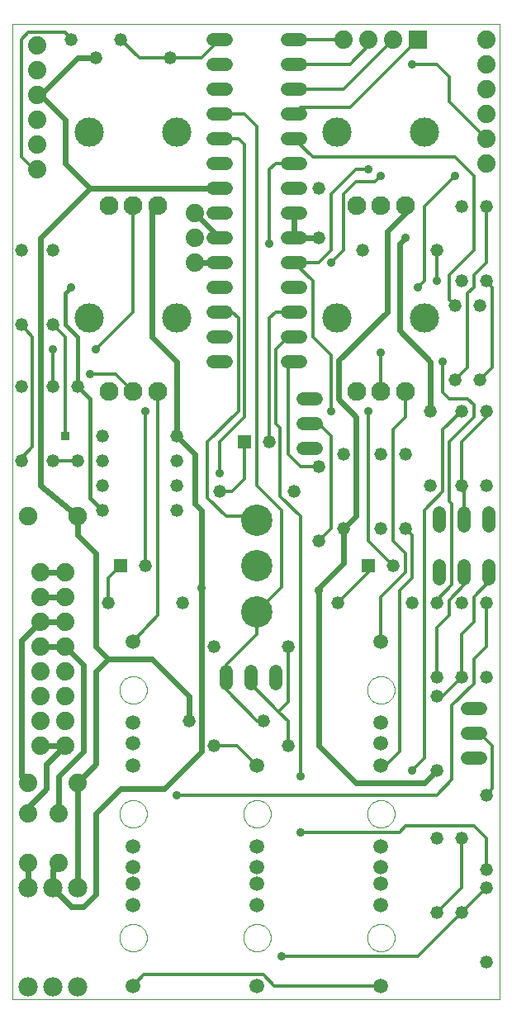
<source format=gtl>
G75*
%MOIN*%
%OFA0B0*%
%FSLAX24Y24*%
%IPPOS*%
%LPD*%
%AMOC8*
5,1,8,0,0,1.08239X$1,22.5*
%
%ADD10C,0.0000*%
%ADD11C,0.0520*%
%ADD12C,0.0594*%
%ADD13C,0.0760*%
%ADD14C,0.1181*%
%ADD15C,0.1266*%
%ADD16C,0.0520*%
%ADD17C,0.0740*%
%ADD18C,0.0780*%
%ADD19C,0.0750*%
%ADD20R,0.0520X0.0520*%
%ADD21R,0.0740X0.0740*%
%ADD22C,0.0240*%
%ADD23C,0.0356*%
%ADD24C,0.0120*%
%ADD25R,0.0356X0.0356*%
%ADD26C,0.0160*%
D10*
X002694Y002643D02*
X022379Y002643D01*
X022379Y042013D01*
X002694Y042013D01*
X002694Y002643D01*
X007025Y005143D02*
X007027Y005190D01*
X007033Y005236D01*
X007043Y005282D01*
X007056Y005327D01*
X007074Y005370D01*
X007095Y005412D01*
X007119Y005452D01*
X007147Y005489D01*
X007178Y005524D01*
X007212Y005557D01*
X007248Y005586D01*
X007287Y005612D01*
X007328Y005635D01*
X007371Y005654D01*
X007415Y005670D01*
X007460Y005682D01*
X007506Y005690D01*
X007553Y005694D01*
X007599Y005694D01*
X007646Y005690D01*
X007692Y005682D01*
X007737Y005670D01*
X007781Y005654D01*
X007824Y005635D01*
X007865Y005612D01*
X007904Y005586D01*
X007940Y005557D01*
X007974Y005524D01*
X008005Y005489D01*
X008033Y005452D01*
X008057Y005412D01*
X008078Y005370D01*
X008096Y005327D01*
X008109Y005282D01*
X008119Y005236D01*
X008125Y005190D01*
X008127Y005143D01*
X008125Y005096D01*
X008119Y005050D01*
X008109Y005004D01*
X008096Y004959D01*
X008078Y004916D01*
X008057Y004874D01*
X008033Y004834D01*
X008005Y004797D01*
X007974Y004762D01*
X007940Y004729D01*
X007904Y004700D01*
X007865Y004674D01*
X007824Y004651D01*
X007781Y004632D01*
X007737Y004616D01*
X007692Y004604D01*
X007646Y004596D01*
X007599Y004592D01*
X007553Y004592D01*
X007506Y004596D01*
X007460Y004604D01*
X007415Y004616D01*
X007371Y004632D01*
X007328Y004651D01*
X007287Y004674D01*
X007248Y004700D01*
X007212Y004729D01*
X007178Y004762D01*
X007147Y004797D01*
X007119Y004834D01*
X007095Y004874D01*
X007074Y004916D01*
X007056Y004959D01*
X007043Y005004D01*
X007033Y005050D01*
X007027Y005096D01*
X007025Y005143D01*
X007025Y010143D02*
X007027Y010190D01*
X007033Y010236D01*
X007043Y010282D01*
X007056Y010327D01*
X007074Y010370D01*
X007095Y010412D01*
X007119Y010452D01*
X007147Y010489D01*
X007178Y010524D01*
X007212Y010557D01*
X007248Y010586D01*
X007287Y010612D01*
X007328Y010635D01*
X007371Y010654D01*
X007415Y010670D01*
X007460Y010682D01*
X007506Y010690D01*
X007553Y010694D01*
X007599Y010694D01*
X007646Y010690D01*
X007692Y010682D01*
X007737Y010670D01*
X007781Y010654D01*
X007824Y010635D01*
X007865Y010612D01*
X007904Y010586D01*
X007940Y010557D01*
X007974Y010524D01*
X008005Y010489D01*
X008033Y010452D01*
X008057Y010412D01*
X008078Y010370D01*
X008096Y010327D01*
X008109Y010282D01*
X008119Y010236D01*
X008125Y010190D01*
X008127Y010143D01*
X008125Y010096D01*
X008119Y010050D01*
X008109Y010004D01*
X008096Y009959D01*
X008078Y009916D01*
X008057Y009874D01*
X008033Y009834D01*
X008005Y009797D01*
X007974Y009762D01*
X007940Y009729D01*
X007904Y009700D01*
X007865Y009674D01*
X007824Y009651D01*
X007781Y009632D01*
X007737Y009616D01*
X007692Y009604D01*
X007646Y009596D01*
X007599Y009592D01*
X007553Y009592D01*
X007506Y009596D01*
X007460Y009604D01*
X007415Y009616D01*
X007371Y009632D01*
X007328Y009651D01*
X007287Y009674D01*
X007248Y009700D01*
X007212Y009729D01*
X007178Y009762D01*
X007147Y009797D01*
X007119Y009834D01*
X007095Y009874D01*
X007074Y009916D01*
X007056Y009959D01*
X007043Y010004D01*
X007033Y010050D01*
X007027Y010096D01*
X007025Y010143D01*
X007025Y015143D02*
X007027Y015190D01*
X007033Y015236D01*
X007043Y015282D01*
X007056Y015327D01*
X007074Y015370D01*
X007095Y015412D01*
X007119Y015452D01*
X007147Y015489D01*
X007178Y015524D01*
X007212Y015557D01*
X007248Y015586D01*
X007287Y015612D01*
X007328Y015635D01*
X007371Y015654D01*
X007415Y015670D01*
X007460Y015682D01*
X007506Y015690D01*
X007553Y015694D01*
X007599Y015694D01*
X007646Y015690D01*
X007692Y015682D01*
X007737Y015670D01*
X007781Y015654D01*
X007824Y015635D01*
X007865Y015612D01*
X007904Y015586D01*
X007940Y015557D01*
X007974Y015524D01*
X008005Y015489D01*
X008033Y015452D01*
X008057Y015412D01*
X008078Y015370D01*
X008096Y015327D01*
X008109Y015282D01*
X008119Y015236D01*
X008125Y015190D01*
X008127Y015143D01*
X008125Y015096D01*
X008119Y015050D01*
X008109Y015004D01*
X008096Y014959D01*
X008078Y014916D01*
X008057Y014874D01*
X008033Y014834D01*
X008005Y014797D01*
X007974Y014762D01*
X007940Y014729D01*
X007904Y014700D01*
X007865Y014674D01*
X007824Y014651D01*
X007781Y014632D01*
X007737Y014616D01*
X007692Y014604D01*
X007646Y014596D01*
X007599Y014592D01*
X007553Y014592D01*
X007506Y014596D01*
X007460Y014604D01*
X007415Y014616D01*
X007371Y014632D01*
X007328Y014651D01*
X007287Y014674D01*
X007248Y014700D01*
X007212Y014729D01*
X007178Y014762D01*
X007147Y014797D01*
X007119Y014834D01*
X007095Y014874D01*
X007074Y014916D01*
X007056Y014959D01*
X007043Y015004D01*
X007033Y015050D01*
X007027Y015096D01*
X007025Y015143D01*
X012025Y010143D02*
X012027Y010190D01*
X012033Y010236D01*
X012043Y010282D01*
X012056Y010327D01*
X012074Y010370D01*
X012095Y010412D01*
X012119Y010452D01*
X012147Y010489D01*
X012178Y010524D01*
X012212Y010557D01*
X012248Y010586D01*
X012287Y010612D01*
X012328Y010635D01*
X012371Y010654D01*
X012415Y010670D01*
X012460Y010682D01*
X012506Y010690D01*
X012553Y010694D01*
X012599Y010694D01*
X012646Y010690D01*
X012692Y010682D01*
X012737Y010670D01*
X012781Y010654D01*
X012824Y010635D01*
X012865Y010612D01*
X012904Y010586D01*
X012940Y010557D01*
X012974Y010524D01*
X013005Y010489D01*
X013033Y010452D01*
X013057Y010412D01*
X013078Y010370D01*
X013096Y010327D01*
X013109Y010282D01*
X013119Y010236D01*
X013125Y010190D01*
X013127Y010143D01*
X013125Y010096D01*
X013119Y010050D01*
X013109Y010004D01*
X013096Y009959D01*
X013078Y009916D01*
X013057Y009874D01*
X013033Y009834D01*
X013005Y009797D01*
X012974Y009762D01*
X012940Y009729D01*
X012904Y009700D01*
X012865Y009674D01*
X012824Y009651D01*
X012781Y009632D01*
X012737Y009616D01*
X012692Y009604D01*
X012646Y009596D01*
X012599Y009592D01*
X012553Y009592D01*
X012506Y009596D01*
X012460Y009604D01*
X012415Y009616D01*
X012371Y009632D01*
X012328Y009651D01*
X012287Y009674D01*
X012248Y009700D01*
X012212Y009729D01*
X012178Y009762D01*
X012147Y009797D01*
X012119Y009834D01*
X012095Y009874D01*
X012074Y009916D01*
X012056Y009959D01*
X012043Y010004D01*
X012033Y010050D01*
X012027Y010096D01*
X012025Y010143D01*
X012025Y005143D02*
X012027Y005190D01*
X012033Y005236D01*
X012043Y005282D01*
X012056Y005327D01*
X012074Y005370D01*
X012095Y005412D01*
X012119Y005452D01*
X012147Y005489D01*
X012178Y005524D01*
X012212Y005557D01*
X012248Y005586D01*
X012287Y005612D01*
X012328Y005635D01*
X012371Y005654D01*
X012415Y005670D01*
X012460Y005682D01*
X012506Y005690D01*
X012553Y005694D01*
X012599Y005694D01*
X012646Y005690D01*
X012692Y005682D01*
X012737Y005670D01*
X012781Y005654D01*
X012824Y005635D01*
X012865Y005612D01*
X012904Y005586D01*
X012940Y005557D01*
X012974Y005524D01*
X013005Y005489D01*
X013033Y005452D01*
X013057Y005412D01*
X013078Y005370D01*
X013096Y005327D01*
X013109Y005282D01*
X013119Y005236D01*
X013125Y005190D01*
X013127Y005143D01*
X013125Y005096D01*
X013119Y005050D01*
X013109Y005004D01*
X013096Y004959D01*
X013078Y004916D01*
X013057Y004874D01*
X013033Y004834D01*
X013005Y004797D01*
X012974Y004762D01*
X012940Y004729D01*
X012904Y004700D01*
X012865Y004674D01*
X012824Y004651D01*
X012781Y004632D01*
X012737Y004616D01*
X012692Y004604D01*
X012646Y004596D01*
X012599Y004592D01*
X012553Y004592D01*
X012506Y004596D01*
X012460Y004604D01*
X012415Y004616D01*
X012371Y004632D01*
X012328Y004651D01*
X012287Y004674D01*
X012248Y004700D01*
X012212Y004729D01*
X012178Y004762D01*
X012147Y004797D01*
X012119Y004834D01*
X012095Y004874D01*
X012074Y004916D01*
X012056Y004959D01*
X012043Y005004D01*
X012033Y005050D01*
X012027Y005096D01*
X012025Y005143D01*
X017025Y005143D02*
X017027Y005190D01*
X017033Y005236D01*
X017043Y005282D01*
X017056Y005327D01*
X017074Y005370D01*
X017095Y005412D01*
X017119Y005452D01*
X017147Y005489D01*
X017178Y005524D01*
X017212Y005557D01*
X017248Y005586D01*
X017287Y005612D01*
X017328Y005635D01*
X017371Y005654D01*
X017415Y005670D01*
X017460Y005682D01*
X017506Y005690D01*
X017553Y005694D01*
X017599Y005694D01*
X017646Y005690D01*
X017692Y005682D01*
X017737Y005670D01*
X017781Y005654D01*
X017824Y005635D01*
X017865Y005612D01*
X017904Y005586D01*
X017940Y005557D01*
X017974Y005524D01*
X018005Y005489D01*
X018033Y005452D01*
X018057Y005412D01*
X018078Y005370D01*
X018096Y005327D01*
X018109Y005282D01*
X018119Y005236D01*
X018125Y005190D01*
X018127Y005143D01*
X018125Y005096D01*
X018119Y005050D01*
X018109Y005004D01*
X018096Y004959D01*
X018078Y004916D01*
X018057Y004874D01*
X018033Y004834D01*
X018005Y004797D01*
X017974Y004762D01*
X017940Y004729D01*
X017904Y004700D01*
X017865Y004674D01*
X017824Y004651D01*
X017781Y004632D01*
X017737Y004616D01*
X017692Y004604D01*
X017646Y004596D01*
X017599Y004592D01*
X017553Y004592D01*
X017506Y004596D01*
X017460Y004604D01*
X017415Y004616D01*
X017371Y004632D01*
X017328Y004651D01*
X017287Y004674D01*
X017248Y004700D01*
X017212Y004729D01*
X017178Y004762D01*
X017147Y004797D01*
X017119Y004834D01*
X017095Y004874D01*
X017074Y004916D01*
X017056Y004959D01*
X017043Y005004D01*
X017033Y005050D01*
X017027Y005096D01*
X017025Y005143D01*
X017025Y010143D02*
X017027Y010190D01*
X017033Y010236D01*
X017043Y010282D01*
X017056Y010327D01*
X017074Y010370D01*
X017095Y010412D01*
X017119Y010452D01*
X017147Y010489D01*
X017178Y010524D01*
X017212Y010557D01*
X017248Y010586D01*
X017287Y010612D01*
X017328Y010635D01*
X017371Y010654D01*
X017415Y010670D01*
X017460Y010682D01*
X017506Y010690D01*
X017553Y010694D01*
X017599Y010694D01*
X017646Y010690D01*
X017692Y010682D01*
X017737Y010670D01*
X017781Y010654D01*
X017824Y010635D01*
X017865Y010612D01*
X017904Y010586D01*
X017940Y010557D01*
X017974Y010524D01*
X018005Y010489D01*
X018033Y010452D01*
X018057Y010412D01*
X018078Y010370D01*
X018096Y010327D01*
X018109Y010282D01*
X018119Y010236D01*
X018125Y010190D01*
X018127Y010143D01*
X018125Y010096D01*
X018119Y010050D01*
X018109Y010004D01*
X018096Y009959D01*
X018078Y009916D01*
X018057Y009874D01*
X018033Y009834D01*
X018005Y009797D01*
X017974Y009762D01*
X017940Y009729D01*
X017904Y009700D01*
X017865Y009674D01*
X017824Y009651D01*
X017781Y009632D01*
X017737Y009616D01*
X017692Y009604D01*
X017646Y009596D01*
X017599Y009592D01*
X017553Y009592D01*
X017506Y009596D01*
X017460Y009604D01*
X017415Y009616D01*
X017371Y009632D01*
X017328Y009651D01*
X017287Y009674D01*
X017248Y009700D01*
X017212Y009729D01*
X017178Y009762D01*
X017147Y009797D01*
X017119Y009834D01*
X017095Y009874D01*
X017074Y009916D01*
X017056Y009959D01*
X017043Y010004D01*
X017033Y010050D01*
X017027Y010096D01*
X017025Y010143D01*
X017025Y015143D02*
X017027Y015190D01*
X017033Y015236D01*
X017043Y015282D01*
X017056Y015327D01*
X017074Y015370D01*
X017095Y015412D01*
X017119Y015452D01*
X017147Y015489D01*
X017178Y015524D01*
X017212Y015557D01*
X017248Y015586D01*
X017287Y015612D01*
X017328Y015635D01*
X017371Y015654D01*
X017415Y015670D01*
X017460Y015682D01*
X017506Y015690D01*
X017553Y015694D01*
X017599Y015694D01*
X017646Y015690D01*
X017692Y015682D01*
X017737Y015670D01*
X017781Y015654D01*
X017824Y015635D01*
X017865Y015612D01*
X017904Y015586D01*
X017940Y015557D01*
X017974Y015524D01*
X018005Y015489D01*
X018033Y015452D01*
X018057Y015412D01*
X018078Y015370D01*
X018096Y015327D01*
X018109Y015282D01*
X018119Y015236D01*
X018125Y015190D01*
X018127Y015143D01*
X018125Y015096D01*
X018119Y015050D01*
X018109Y015004D01*
X018096Y014959D01*
X018078Y014916D01*
X018057Y014874D01*
X018033Y014834D01*
X018005Y014797D01*
X017974Y014762D01*
X017940Y014729D01*
X017904Y014700D01*
X017865Y014674D01*
X017824Y014651D01*
X017781Y014632D01*
X017737Y014616D01*
X017692Y014604D01*
X017646Y014596D01*
X017599Y014592D01*
X017553Y014592D01*
X017506Y014596D01*
X017460Y014604D01*
X017415Y014616D01*
X017371Y014632D01*
X017328Y014651D01*
X017287Y014674D01*
X017248Y014700D01*
X017212Y014729D01*
X017178Y014762D01*
X017147Y014797D01*
X017119Y014834D01*
X017095Y014874D01*
X017074Y014916D01*
X017056Y014959D01*
X017043Y015004D01*
X017033Y015050D01*
X017027Y015096D01*
X017025Y015143D01*
D11*
X015826Y018643D03*
X015076Y021143D03*
X016076Y021643D03*
X015076Y024143D03*
X016076Y024643D03*
X017576Y024643D03*
X018576Y024643D03*
X019576Y023393D03*
X020826Y023393D03*
X021826Y023393D03*
X021826Y026393D03*
X021576Y027643D03*
X020826Y026393D03*
X020576Y027643D03*
X019576Y026393D03*
X020576Y030643D03*
X020826Y031643D03*
X021576Y030643D03*
X021826Y031643D03*
X021826Y034643D03*
X020826Y034643D03*
X019826Y032893D03*
X016826Y032893D03*
X015076Y033393D03*
X015076Y035393D03*
X013076Y025143D03*
X014076Y023143D03*
X011076Y023143D03*
X009326Y023393D03*
X009326Y024393D03*
X009326Y025393D03*
X009326Y022393D03*
X008076Y020143D03*
X009576Y018643D03*
X010826Y016893D03*
X009826Y013893D03*
X010826Y012893D03*
X012826Y013893D03*
X013826Y012893D03*
X013826Y016893D03*
X017576Y021643D03*
X018576Y021643D03*
X018076Y020143D03*
X018826Y018643D03*
X019826Y018643D03*
X020826Y018643D03*
X021826Y018643D03*
X021826Y015643D03*
X020826Y015643D03*
X019826Y015643D03*
X019826Y014893D03*
X019826Y011893D03*
X019826Y009143D03*
X020826Y009143D03*
X021826Y007893D03*
X021826Y007143D03*
X020826Y006143D03*
X019826Y006143D03*
X021826Y004143D03*
X021826Y010893D03*
X006576Y018643D03*
X006326Y022393D03*
X006326Y023393D03*
X006326Y024393D03*
X006326Y025393D03*
X005326Y024393D03*
X004326Y024393D03*
X003076Y024393D03*
X003076Y027393D03*
X004326Y027393D03*
X005326Y027393D03*
X004326Y029893D03*
X003076Y029893D03*
X003076Y032893D03*
X004326Y032893D03*
X006076Y040643D03*
X007076Y041393D03*
X005076Y041393D03*
X009076Y040643D03*
D12*
X007576Y017080D03*
X007576Y013813D03*
X007576Y012978D03*
X007576Y012080D03*
X007576Y008813D03*
X007576Y007978D03*
X007576Y007309D03*
X007576Y006474D03*
X007576Y003206D03*
X012576Y003206D03*
X012576Y006474D03*
X012576Y007309D03*
X012576Y007978D03*
X012576Y008813D03*
X012576Y012080D03*
X017576Y012080D03*
X017576Y012978D03*
X017576Y013813D03*
X017576Y017080D03*
X017576Y008813D03*
X017576Y007978D03*
X017576Y007309D03*
X017576Y006474D03*
X017576Y003206D03*
D13*
X017576Y027191D03*
X018560Y027191D03*
X016591Y027191D03*
X016591Y034691D03*
X017576Y034691D03*
X018560Y034691D03*
X008560Y034691D03*
X007576Y034691D03*
X006591Y034691D03*
X006591Y027191D03*
X007576Y027191D03*
X008560Y027191D03*
D14*
X009347Y030143D03*
X005804Y030143D03*
X005804Y037643D03*
X009347Y037643D03*
X015804Y037643D03*
X019347Y037643D03*
X019347Y030143D03*
X015804Y030143D03*
D15*
X012576Y021993D03*
X012576Y020143D03*
X012576Y018293D03*
D16*
X012326Y015903D02*
X012326Y015383D01*
X011326Y015383D02*
X011326Y015903D01*
X013326Y015903D02*
X013326Y015383D01*
X014441Y024893D02*
X014961Y024893D01*
X014961Y025893D02*
X014441Y025893D01*
X014441Y026893D02*
X014961Y026893D01*
X014336Y028393D02*
X013816Y028393D01*
X013816Y029393D02*
X014336Y029393D01*
X014336Y030393D02*
X013816Y030393D01*
X013816Y031393D02*
X014336Y031393D01*
X014336Y032393D02*
X013816Y032393D01*
X013816Y033393D02*
X014336Y033393D01*
X014336Y034393D02*
X013816Y034393D01*
X013816Y035393D02*
X014336Y035393D01*
X014336Y036393D02*
X013816Y036393D01*
X013816Y037393D02*
X014336Y037393D01*
X014336Y038393D02*
X013816Y038393D01*
X013816Y039393D02*
X014336Y039393D01*
X014336Y040393D02*
X013816Y040393D01*
X013816Y041393D02*
X014336Y041393D01*
X011336Y041393D02*
X010816Y041393D01*
X010816Y040393D02*
X011336Y040393D01*
X011336Y039393D02*
X010816Y039393D01*
X010816Y038393D02*
X011336Y038393D01*
X011336Y037393D02*
X010816Y037393D01*
X010816Y036393D02*
X011336Y036393D01*
X011336Y035393D02*
X010816Y035393D01*
X010816Y034393D02*
X011336Y034393D01*
X011336Y033393D02*
X010816Y033393D01*
X010816Y032393D02*
X011336Y032393D01*
X011336Y031393D02*
X010816Y031393D01*
X010816Y030393D02*
X011336Y030393D01*
X011336Y029393D02*
X010816Y029393D01*
X010816Y028393D02*
X011336Y028393D01*
X019951Y022278D02*
X019951Y021758D01*
X019951Y020153D02*
X019951Y019633D01*
X020951Y019633D02*
X020951Y020153D01*
X021951Y020153D02*
X021951Y019633D01*
X021951Y021758D02*
X021951Y022278D01*
X020951Y022278D02*
X020951Y021758D01*
X021066Y014393D02*
X021586Y014393D01*
X021586Y013393D02*
X021066Y013393D01*
X021066Y012393D02*
X021586Y012393D01*
D17*
X010076Y032393D03*
X010076Y033393D03*
X010076Y034393D03*
X016076Y041393D03*
X017076Y041393D03*
X018076Y041393D03*
X021826Y041393D03*
X021826Y040393D03*
X021826Y039393D03*
X021826Y038393D03*
X021826Y037393D03*
X021826Y036393D03*
X005326Y011393D03*
X004576Y010143D03*
X004576Y008143D03*
X003326Y008143D03*
X003326Y010143D03*
X003326Y011393D03*
X003826Y012893D03*
X003826Y013893D03*
X003826Y014893D03*
X003826Y015893D03*
X003826Y016893D03*
X003826Y017893D03*
X003826Y018893D03*
X003826Y019893D03*
X004826Y019893D03*
X004826Y018893D03*
X004826Y017893D03*
X004826Y016893D03*
X004826Y015893D03*
X004826Y014893D03*
X004826Y013893D03*
X004826Y012893D03*
X003701Y036143D03*
X003701Y037143D03*
X003701Y038143D03*
X003701Y039143D03*
X003701Y040143D03*
X003701Y041143D03*
D18*
X003326Y007143D03*
X004326Y007143D03*
X005326Y007143D03*
X005326Y003143D03*
X004326Y003143D03*
X003326Y003143D03*
D19*
X003326Y022143D03*
X005326Y022143D03*
D20*
X007076Y020143D03*
X012076Y025143D03*
X017076Y020143D03*
D21*
X019076Y041393D03*
D22*
X018560Y034691D02*
X018576Y034675D01*
X018576Y034393D01*
X017826Y033643D01*
X017826Y030393D01*
X015876Y028443D01*
X015876Y026893D01*
X016576Y026143D01*
X016576Y022143D01*
X016076Y021643D01*
X016076Y020268D01*
X015076Y019268D01*
X015076Y019143D01*
X015076Y012893D01*
X016576Y011393D01*
X019326Y011393D01*
X019826Y011893D01*
X019576Y026393D02*
X019576Y028393D01*
X018326Y029643D01*
X018326Y033143D01*
X018576Y033393D01*
X015076Y033393D02*
X014076Y033393D01*
X014076Y034393D01*
X011076Y033393D02*
X010076Y034393D01*
X011076Y035393D02*
X005826Y035393D01*
X004826Y036393D01*
X004826Y038143D01*
X003826Y039143D01*
X005326Y040643D01*
X006076Y040643D01*
X003826Y039143D02*
X003701Y039143D01*
X005826Y035393D02*
X003826Y033393D01*
X003826Y023393D01*
X005326Y022143D01*
X005326Y021393D01*
X006076Y020643D01*
X006076Y016893D01*
X006576Y016393D01*
X006076Y015893D01*
X006076Y012143D01*
X005326Y011393D01*
X005326Y007143D01*
X006076Y006893D02*
X005576Y006393D01*
X005076Y006393D01*
X004326Y007143D01*
X004326Y007893D01*
X004576Y008143D01*
X004576Y010143D02*
X004576Y011643D01*
X005576Y012643D01*
X005576Y016143D01*
X004826Y016893D01*
X003826Y016893D01*
X003076Y017143D02*
X003826Y017893D01*
X004826Y017893D01*
X004826Y018893D02*
X003826Y018893D01*
X003826Y019893D02*
X004826Y019893D01*
X003076Y017143D02*
X003076Y011643D01*
X003326Y011393D01*
X004076Y011143D02*
X003326Y010393D01*
X003326Y010143D01*
X004076Y011143D02*
X004076Y012143D01*
X004826Y012893D01*
X003826Y012893D01*
X006076Y010143D02*
X006076Y006893D01*
X006076Y010143D02*
X007076Y011143D01*
X008826Y011143D01*
X010326Y012643D01*
X010326Y019243D01*
X010326Y022393D01*
X010076Y022643D01*
X010076Y024643D01*
X009326Y025393D01*
X009326Y028393D01*
X008326Y029393D01*
X008326Y034456D01*
X008560Y034691D01*
X010076Y032393D02*
X011076Y032393D01*
X008326Y016393D02*
X006576Y016393D01*
X008326Y016393D02*
X009826Y014893D01*
X009826Y013893D01*
X003326Y008143D02*
X003326Y007143D01*
D23*
X009326Y010893D03*
X013576Y004393D03*
X014326Y009393D03*
X014326Y011643D03*
X015076Y019143D03*
X011076Y023893D03*
X010326Y019243D03*
X008076Y026393D03*
X006076Y028893D03*
X005826Y027893D03*
X004326Y028893D03*
X005076Y031393D03*
X013076Y033143D03*
X015576Y032393D03*
X017576Y035893D03*
X017076Y036143D03*
X018576Y033393D03*
X019076Y031393D03*
X019826Y031643D03*
X020076Y028393D03*
X017576Y028768D03*
X017076Y026393D03*
X015576Y026393D03*
X020576Y035893D03*
X018826Y040393D03*
X018826Y011893D03*
D24*
X019326Y012393D01*
X019326Y022393D01*
X020076Y023143D01*
X020076Y025643D01*
X020826Y026393D01*
X021326Y026643D02*
X021076Y026893D01*
X020326Y026893D01*
X020076Y027143D01*
X020076Y028393D01*
X020576Y027643D02*
X021076Y028143D01*
X021076Y031143D01*
X021326Y031393D01*
X021326Y031893D01*
X021826Y032393D01*
X021826Y034643D01*
X021326Y035893D02*
X020576Y036643D01*
X014826Y036643D01*
X014076Y037393D01*
X014076Y038393D02*
X014326Y038643D01*
X016326Y038643D01*
X019076Y041393D01*
X018826Y040393D02*
X019826Y040393D01*
X020326Y039893D01*
X020326Y038893D01*
X021826Y037393D01*
X021326Y035893D02*
X021326Y032893D01*
X020326Y031893D01*
X020326Y030893D01*
X020576Y030643D01*
X019826Y031643D02*
X019826Y032893D01*
X019326Y031643D02*
X019076Y031393D01*
X019326Y031643D02*
X019326Y034643D01*
X020576Y035893D01*
X021826Y031643D02*
X022076Y031393D01*
X022076Y028143D01*
X021576Y027643D01*
X021326Y026643D02*
X021326Y026143D01*
X020326Y025143D01*
X020326Y022768D01*
X020451Y022643D01*
X020451Y019393D01*
X019826Y018768D01*
X019826Y018643D01*
X020326Y018768D02*
X020326Y018143D01*
X019826Y017643D01*
X019826Y015643D01*
X019826Y014893D02*
X020076Y014893D01*
X020826Y015643D01*
X020826Y017393D01*
X021326Y017893D01*
X021326Y018893D01*
X021951Y019518D01*
X021951Y019893D01*
X021826Y018643D02*
X021826Y016893D01*
X021326Y016393D01*
X021326Y015393D01*
X020451Y014518D01*
X020451Y011518D01*
X019826Y010893D01*
X009326Y010893D01*
X010826Y012893D02*
X011763Y012893D01*
X012576Y012080D01*
X012576Y013893D02*
X011326Y015143D01*
X011326Y015643D01*
X011326Y016143D01*
X012576Y017393D01*
X012576Y018293D01*
X013576Y019293D01*
X013576Y022393D01*
X012576Y023393D01*
X012576Y037893D01*
X012076Y038393D01*
X011076Y038393D01*
X011076Y037393D02*
X011826Y037393D01*
X012076Y037143D01*
X012076Y026143D01*
X011076Y025143D01*
X011076Y023893D01*
X011076Y023143D02*
X011576Y023143D01*
X012076Y023643D01*
X012076Y025143D01*
X011826Y026393D02*
X010576Y025143D01*
X010576Y022893D01*
X011326Y022143D01*
X012426Y022143D01*
X012576Y021993D01*
X013501Y022968D02*
X013501Y025718D01*
X013326Y025893D01*
X013326Y028893D01*
X013826Y029393D01*
X014076Y029393D01*
X014076Y028393D02*
X013826Y028143D01*
X013826Y024643D01*
X014326Y024143D01*
X015076Y024143D01*
X015576Y025393D02*
X015576Y021643D01*
X015076Y021143D01*
X014326Y022143D02*
X013501Y022968D01*
X014326Y022143D02*
X014326Y011643D01*
X013826Y012893D02*
X013826Y013893D01*
X013451Y014268D01*
X013826Y014643D01*
X013826Y016893D01*
X012326Y015393D02*
X013451Y014268D01*
X012826Y013893D02*
X012576Y013893D01*
X012326Y015393D02*
X012326Y015643D01*
X014326Y009393D02*
X018326Y009393D01*
X018576Y009643D01*
X021326Y009643D01*
X021826Y009143D01*
X021826Y007893D01*
X021826Y007143D02*
X020826Y006143D01*
X019076Y004393D01*
X013576Y004393D01*
X012826Y003643D02*
X013263Y003206D01*
X017576Y003206D01*
X019826Y006143D02*
X020826Y007143D01*
X020826Y009143D01*
X021826Y010893D02*
X022076Y011143D01*
X022076Y012893D01*
X021576Y013393D01*
X021326Y013393D01*
X018326Y012643D02*
X018326Y019143D01*
X018826Y019643D01*
X018826Y021393D01*
X018576Y021643D01*
X018076Y021143D02*
X018076Y025643D01*
X018576Y026143D01*
X018576Y027175D01*
X018560Y027191D01*
X017576Y027191D02*
X017576Y028768D01*
X017076Y026393D02*
X017076Y021143D01*
X018076Y020143D01*
X018576Y019893D02*
X018576Y020643D01*
X018076Y021143D01*
X018576Y019893D02*
X017576Y018893D01*
X017576Y017080D01*
X015826Y018643D02*
X017076Y019893D01*
X017076Y020143D01*
X015576Y025393D02*
X015076Y025893D01*
X014701Y025893D01*
X015576Y026393D02*
X015576Y028643D01*
X014826Y029393D01*
X014826Y031643D01*
X014076Y032393D01*
X015076Y032393D01*
X015576Y032893D01*
X015576Y035143D01*
X016576Y036143D01*
X017076Y036143D01*
X017326Y035643D02*
X017576Y035893D01*
X017326Y035643D02*
X016576Y035643D01*
X016076Y035143D01*
X016076Y032893D01*
X015576Y032393D01*
X014076Y030393D02*
X013326Y030393D01*
X013076Y030143D01*
X013076Y025143D01*
X011826Y026393D02*
X011826Y030143D01*
X011576Y030393D01*
X011076Y030393D01*
X013076Y033143D02*
X013076Y036143D01*
X013326Y036393D01*
X014076Y036393D01*
X014076Y039393D02*
X016076Y039393D01*
X018076Y041393D01*
X017076Y041393D02*
X017076Y041143D01*
X016326Y040393D01*
X014076Y040393D01*
X014076Y041393D02*
X016076Y041393D01*
X011076Y041393D02*
X010326Y040643D01*
X009076Y040643D01*
X007826Y040643D01*
X007076Y041393D01*
X005076Y041393D02*
X004826Y041693D01*
X003326Y041693D01*
X003076Y041393D01*
X003076Y036643D01*
X003576Y036143D01*
X003701Y036143D01*
X004326Y029893D02*
X004826Y029393D01*
X004826Y025393D01*
X005326Y024393D02*
X004326Y024393D01*
X003516Y024943D02*
X003076Y024503D01*
X003076Y024393D01*
X003516Y024943D02*
X003516Y029393D01*
X003076Y029893D01*
X004326Y028893D02*
X004326Y027393D01*
X005826Y027893D02*
X006873Y027893D01*
X007576Y027191D01*
X008076Y026393D02*
X008076Y020143D01*
X007076Y020143D02*
X006576Y019643D01*
X006576Y018643D01*
X007576Y017080D02*
X008576Y018143D01*
X008576Y027175D01*
X008560Y027191D01*
X006076Y028893D02*
X007576Y030393D01*
X007576Y034691D01*
X018326Y012643D02*
X017763Y012080D01*
X017576Y012080D01*
X020326Y018768D02*
X020951Y019393D01*
X020951Y019893D01*
X020951Y022018D02*
X020951Y023268D01*
X020826Y023393D01*
X020826Y025143D01*
X021826Y026143D01*
X021826Y026393D01*
X012826Y003643D02*
X008013Y003643D01*
X007576Y003206D01*
D25*
X004826Y025393D03*
D26*
X005826Y026893D02*
X005326Y027393D01*
X005326Y029393D01*
X004826Y029893D01*
X004826Y031143D01*
X005076Y031393D01*
X005826Y026893D02*
X005826Y022893D01*
X006326Y022393D01*
M02*

</source>
